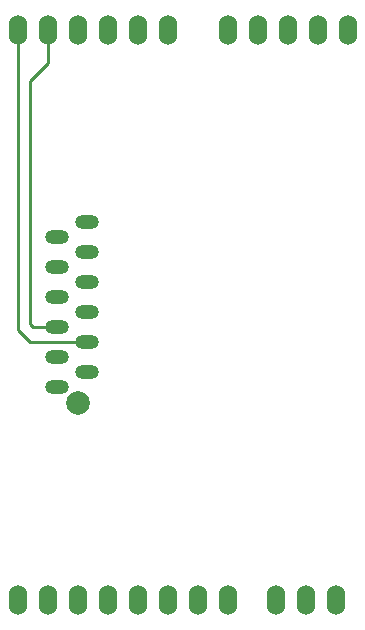
<source format=gbr>
G04 #@! TF.FileFunction,Copper,L2,Bot,Signal*
%FSLAX46Y46*%
G04 Gerber Fmt 4.6, Leading zero omitted, Abs format (unit mm)*
G04 Created by KiCad (PCBNEW 4.0.5) date 02/15/17 18:02:55*
%MOMM*%
%LPD*%
G01*
G04 APERTURE LIST*
%ADD10C,0.100000*%
%ADD11O,1.524000X2.540000*%
%ADD12O,2.000000X1.200000*%
%ADD13C,2.000000*%
%ADD14C,0.250000*%
G04 APERTURE END LIST*
D10*
D11*
X154178000Y-82804000D03*
X156718000Y-82804000D03*
X159258000Y-82804000D03*
X166878000Y-82804000D03*
X164338000Y-82804000D03*
X161798000Y-82804000D03*
X171958000Y-82804000D03*
X174498000Y-82804000D03*
X177038000Y-82804000D03*
X182118000Y-82804000D03*
X154178000Y-131064000D03*
X156718000Y-131064000D03*
X159258000Y-131064000D03*
X161798000Y-131064000D03*
X164338000Y-131064000D03*
X166878000Y-131064000D03*
X169418000Y-131064000D03*
X171958000Y-131064000D03*
X176022000Y-131064000D03*
X178562000Y-131064000D03*
X181102000Y-131064000D03*
X179578000Y-82804000D03*
D12*
X157480000Y-113030000D03*
X160020000Y-111760000D03*
X157480000Y-110490000D03*
X160020000Y-109220000D03*
X157480000Y-107950000D03*
X160020000Y-106680000D03*
X157480000Y-105410000D03*
X160020000Y-104140000D03*
X157480000Y-102870000D03*
X160020000Y-101600000D03*
X157480000Y-100330000D03*
X160020000Y-99060000D03*
D13*
X159280000Y-114380000D03*
D14*
X154178000Y-82804000D02*
X154178000Y-108204000D01*
X155194000Y-109220000D02*
X160020000Y-109220000D01*
X154178000Y-108204000D02*
X155194000Y-109220000D01*
X157480000Y-107950000D02*
X155448000Y-107950000D01*
X156718000Y-85598000D02*
X156718000Y-82804000D01*
X155194000Y-87122000D02*
X156718000Y-85598000D01*
X155194000Y-107696000D02*
X155194000Y-87122000D01*
X155448000Y-107950000D02*
X155194000Y-107696000D01*
M02*

</source>
